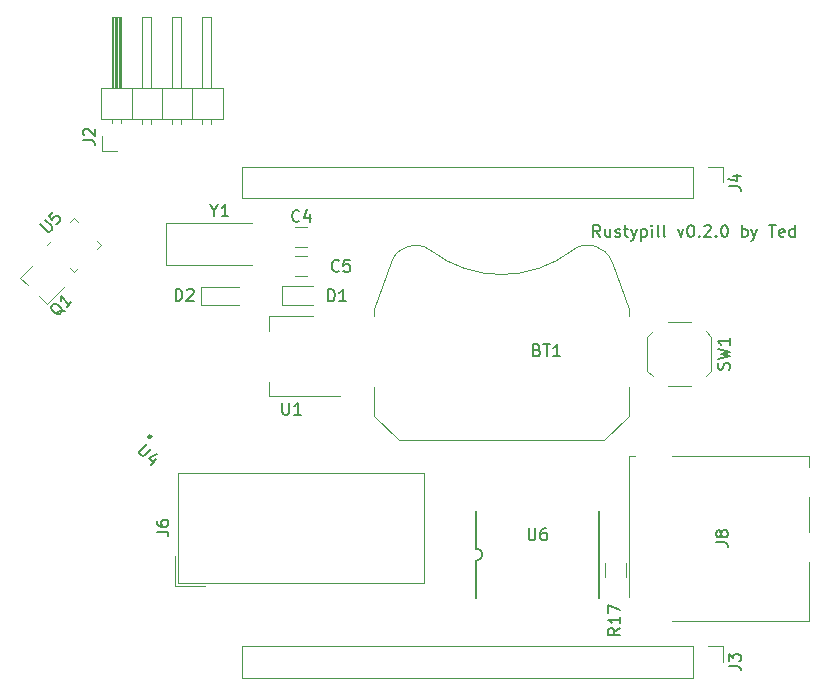
<source format=gbr>
G04 #@! TF.GenerationSoftware,KiCad,Pcbnew,5.1.5*
G04 #@! TF.CreationDate,2019-12-16T15:30:59-05:00*
G04 #@! TF.ProjectId,rustypill,72757374-7970-4696-9c6c-2e6b69636164,rev?*
G04 #@! TF.SameCoordinates,Original*
G04 #@! TF.FileFunction,Legend,Top*
G04 #@! TF.FilePolarity,Positive*
%FSLAX46Y46*%
G04 Gerber Fmt 4.6, Leading zero omitted, Abs format (unit mm)*
G04 Created by KiCad (PCBNEW 5.1.5) date 2019-12-16 15:30:59*
%MOMM*%
%LPD*%
G04 APERTURE LIST*
%ADD10C,0.150000*%
%ADD11C,0.120000*%
%ADD12C,0.100000*%
%ADD13C,0.254000*%
G04 APERTURE END LIST*
D10*
X118247619Y-104452380D02*
X117914285Y-103976190D01*
X117676190Y-104452380D02*
X117676190Y-103452380D01*
X118057142Y-103452380D01*
X118152380Y-103500000D01*
X118200000Y-103547619D01*
X118247619Y-103642857D01*
X118247619Y-103785714D01*
X118200000Y-103880952D01*
X118152380Y-103928571D01*
X118057142Y-103976190D01*
X117676190Y-103976190D01*
X119104761Y-103785714D02*
X119104761Y-104452380D01*
X118676190Y-103785714D02*
X118676190Y-104309523D01*
X118723809Y-104404761D01*
X118819047Y-104452380D01*
X118961904Y-104452380D01*
X119057142Y-104404761D01*
X119104761Y-104357142D01*
X119533333Y-104404761D02*
X119628571Y-104452380D01*
X119819047Y-104452380D01*
X119914285Y-104404761D01*
X119961904Y-104309523D01*
X119961904Y-104261904D01*
X119914285Y-104166666D01*
X119819047Y-104119047D01*
X119676190Y-104119047D01*
X119580952Y-104071428D01*
X119533333Y-103976190D01*
X119533333Y-103928571D01*
X119580952Y-103833333D01*
X119676190Y-103785714D01*
X119819047Y-103785714D01*
X119914285Y-103833333D01*
X120247619Y-103785714D02*
X120628571Y-103785714D01*
X120390476Y-103452380D02*
X120390476Y-104309523D01*
X120438095Y-104404761D01*
X120533333Y-104452380D01*
X120628571Y-104452380D01*
X120866666Y-103785714D02*
X121104761Y-104452380D01*
X121342857Y-103785714D02*
X121104761Y-104452380D01*
X121009523Y-104690476D01*
X120961904Y-104738095D01*
X120866666Y-104785714D01*
X121723809Y-103785714D02*
X121723809Y-104785714D01*
X121723809Y-103833333D02*
X121819047Y-103785714D01*
X122009523Y-103785714D01*
X122104761Y-103833333D01*
X122152380Y-103880952D01*
X122200000Y-103976190D01*
X122200000Y-104261904D01*
X122152380Y-104357142D01*
X122104761Y-104404761D01*
X122009523Y-104452380D01*
X121819047Y-104452380D01*
X121723809Y-104404761D01*
X122628571Y-104452380D02*
X122628571Y-103785714D01*
X122628571Y-103452380D02*
X122580952Y-103500000D01*
X122628571Y-103547619D01*
X122676190Y-103500000D01*
X122628571Y-103452380D01*
X122628571Y-103547619D01*
X123247619Y-104452380D02*
X123152380Y-104404761D01*
X123104761Y-104309523D01*
X123104761Y-103452380D01*
X123771428Y-104452380D02*
X123676190Y-104404761D01*
X123628571Y-104309523D01*
X123628571Y-103452380D01*
X124819047Y-103785714D02*
X125057142Y-104452380D01*
X125295238Y-103785714D01*
X125866666Y-103452380D02*
X125961904Y-103452380D01*
X126057142Y-103500000D01*
X126104761Y-103547619D01*
X126152380Y-103642857D01*
X126200000Y-103833333D01*
X126200000Y-104071428D01*
X126152380Y-104261904D01*
X126104761Y-104357142D01*
X126057142Y-104404761D01*
X125961904Y-104452380D01*
X125866666Y-104452380D01*
X125771428Y-104404761D01*
X125723809Y-104357142D01*
X125676190Y-104261904D01*
X125628571Y-104071428D01*
X125628571Y-103833333D01*
X125676190Y-103642857D01*
X125723809Y-103547619D01*
X125771428Y-103500000D01*
X125866666Y-103452380D01*
X126628571Y-104357142D02*
X126676190Y-104404761D01*
X126628571Y-104452380D01*
X126580952Y-104404761D01*
X126628571Y-104357142D01*
X126628571Y-104452380D01*
X127057142Y-103547619D02*
X127104761Y-103500000D01*
X127200000Y-103452380D01*
X127438095Y-103452380D01*
X127533333Y-103500000D01*
X127580952Y-103547619D01*
X127628571Y-103642857D01*
X127628571Y-103738095D01*
X127580952Y-103880952D01*
X127009523Y-104452380D01*
X127628571Y-104452380D01*
X128057142Y-104357142D02*
X128104761Y-104404761D01*
X128057142Y-104452380D01*
X128009523Y-104404761D01*
X128057142Y-104357142D01*
X128057142Y-104452380D01*
X128723809Y-103452380D02*
X128819047Y-103452380D01*
X128914285Y-103500000D01*
X128961904Y-103547619D01*
X129009523Y-103642857D01*
X129057142Y-103833333D01*
X129057142Y-104071428D01*
X129009523Y-104261904D01*
X128961904Y-104357142D01*
X128914285Y-104404761D01*
X128819047Y-104452380D01*
X128723809Y-104452380D01*
X128628571Y-104404761D01*
X128580952Y-104357142D01*
X128533333Y-104261904D01*
X128485714Y-104071428D01*
X128485714Y-103833333D01*
X128533333Y-103642857D01*
X128580952Y-103547619D01*
X128628571Y-103500000D01*
X128723809Y-103452380D01*
X130247619Y-104452380D02*
X130247619Y-103452380D01*
X130247619Y-103833333D02*
X130342857Y-103785714D01*
X130533333Y-103785714D01*
X130628571Y-103833333D01*
X130676190Y-103880952D01*
X130723809Y-103976190D01*
X130723809Y-104261904D01*
X130676190Y-104357142D01*
X130628571Y-104404761D01*
X130533333Y-104452380D01*
X130342857Y-104452380D01*
X130247619Y-104404761D01*
X131057142Y-103785714D02*
X131295238Y-104452380D01*
X131533333Y-103785714D02*
X131295238Y-104452380D01*
X131200000Y-104690476D01*
X131152380Y-104738095D01*
X131057142Y-104785714D01*
X132533333Y-103452380D02*
X133104761Y-103452380D01*
X132819047Y-104452380D02*
X132819047Y-103452380D01*
X133819047Y-104404761D02*
X133723809Y-104452380D01*
X133533333Y-104452380D01*
X133438095Y-104404761D01*
X133390476Y-104309523D01*
X133390476Y-103928571D01*
X133438095Y-103833333D01*
X133533333Y-103785714D01*
X133723809Y-103785714D01*
X133819047Y-103833333D01*
X133866666Y-103928571D01*
X133866666Y-104023809D01*
X133390476Y-104119047D01*
X134723809Y-104452380D02*
X134723809Y-103452380D01*
X134723809Y-104404761D02*
X134628571Y-104452380D01*
X134438095Y-104452380D01*
X134342857Y-104404761D01*
X134295238Y-104357142D01*
X134247619Y-104261904D01*
X134247619Y-103976190D01*
X134295238Y-103880952D01*
X134342857Y-103833333D01*
X134438095Y-103785714D01*
X134628571Y-103785714D01*
X134723809Y-103833333D01*
D11*
X118645000Y-133275000D02*
X118645000Y-132075000D01*
X120405000Y-132075000D02*
X120405000Y-133275000D01*
D12*
X120700000Y-122975000D02*
X121200000Y-122975000D01*
X120700000Y-134975000D02*
X120700000Y-122975000D01*
X135900000Y-122975000D02*
X135900000Y-123975000D01*
X124300000Y-122975000D02*
X135900000Y-122975000D01*
X135900000Y-136975000D02*
X124300000Y-136975000D01*
X135900000Y-131975000D02*
X135900000Y-136975000D01*
X135900000Y-126475000D02*
X135900000Y-129475000D01*
D13*
X80240165Y-121364913D02*
G75*
G03X80240165Y-121364913I-125000J0D01*
G01*
D10*
X118131600Y-127641600D02*
X118131600Y-135058400D01*
X107768400Y-131858000D02*
X107768400Y-135058400D01*
X107768400Y-130842000D02*
X107768400Y-127641600D01*
X107768400Y-130842000D02*
G75*
G02X107768400Y-131858000I0J-508000D01*
G01*
D11*
X87920000Y-98520000D02*
X87920000Y-101180000D01*
X126080000Y-98520000D02*
X87920000Y-98520000D01*
X126080000Y-101180000D02*
X87920000Y-101180000D01*
X126080000Y-98520000D02*
X126080000Y-101180000D01*
X127350000Y-98520000D02*
X128680000Y-98520000D01*
X128680000Y-98520000D02*
X128680000Y-99850000D01*
X87920000Y-139120000D02*
X87920000Y-141780000D01*
X126080000Y-139120000D02*
X87920000Y-139120000D01*
X126080000Y-141780000D02*
X87920000Y-141780000D01*
X126080000Y-139120000D02*
X126080000Y-141780000D01*
X127350000Y-139120000D02*
X128680000Y-139120000D01*
X128680000Y-139120000D02*
X128680000Y-140450000D01*
X76000000Y-94510000D02*
X86280000Y-94510000D01*
X86280000Y-94510000D02*
X86280000Y-91850000D01*
X86280000Y-91850000D02*
X76000000Y-91850000D01*
X76000000Y-91850000D02*
X76000000Y-94510000D01*
X76950000Y-91850000D02*
X76950000Y-85850000D01*
X76950000Y-85850000D02*
X77710000Y-85850000D01*
X77710000Y-85850000D02*
X77710000Y-91850000D01*
X77010000Y-91850000D02*
X77010000Y-85850000D01*
X77130000Y-91850000D02*
X77130000Y-85850000D01*
X77250000Y-91850000D02*
X77250000Y-85850000D01*
X77370000Y-91850000D02*
X77370000Y-85850000D01*
X77490000Y-91850000D02*
X77490000Y-85850000D01*
X77610000Y-91850000D02*
X77610000Y-85850000D01*
X76950000Y-94840000D02*
X76950000Y-94510000D01*
X77710000Y-94840000D02*
X77710000Y-94510000D01*
X78600000Y-94510000D02*
X78600000Y-91850000D01*
X79490000Y-91850000D02*
X79490000Y-85850000D01*
X79490000Y-85850000D02*
X80250000Y-85850000D01*
X80250000Y-85850000D02*
X80250000Y-91850000D01*
X79490000Y-94907071D02*
X79490000Y-94510000D01*
X80250000Y-94907071D02*
X80250000Y-94510000D01*
X81140000Y-94510000D02*
X81140000Y-91850000D01*
X82030000Y-91850000D02*
X82030000Y-85850000D01*
X82030000Y-85850000D02*
X82790000Y-85850000D01*
X82790000Y-85850000D02*
X82790000Y-91850000D01*
X82030000Y-94907071D02*
X82030000Y-94510000D01*
X82790000Y-94907071D02*
X82790000Y-94510000D01*
X83680000Y-94510000D02*
X83680000Y-91850000D01*
X84570000Y-91850000D02*
X84570000Y-85850000D01*
X84570000Y-85850000D02*
X85330000Y-85850000D01*
X85330000Y-85850000D02*
X85330000Y-91850000D01*
X84570000Y-94907071D02*
X84570000Y-94510000D01*
X85330000Y-94907071D02*
X85330000Y-94510000D01*
X77330000Y-97220000D02*
X76060000Y-97220000D01*
X76060000Y-97220000D02*
X76060000Y-95950000D01*
X69166470Y-107905172D02*
X69824079Y-108562782D01*
X71400928Y-110139630D02*
X70743318Y-109482021D01*
X71400928Y-110139630D02*
X72928278Y-108612279D01*
X69166470Y-107905172D02*
X70198846Y-106872797D01*
X71734992Y-104810124D02*
X71399116Y-105146000D01*
X75952884Y-105146000D02*
X75617008Y-104810124D01*
X75617008Y-105481876D02*
X75952884Y-105146000D01*
X73676000Y-107422884D02*
X73340124Y-107087008D01*
X74011876Y-107087008D02*
X73676000Y-107422884D01*
X73676000Y-102869116D02*
X74011876Y-103204992D01*
X73340124Y-103204992D02*
X73676000Y-102869116D01*
X82490000Y-124405000D02*
X103350000Y-124405000D01*
X103350000Y-124405000D02*
X103350000Y-133755000D01*
X103350000Y-133755000D02*
X82490000Y-133755000D01*
X82490000Y-133755000D02*
X82490000Y-124405000D01*
X82240000Y-134005000D02*
X84780000Y-134005000D01*
X82240000Y-134005000D02*
X82240000Y-131465000D01*
X88750000Y-103250000D02*
X81500000Y-103250000D01*
X81500000Y-103250000D02*
X81500000Y-106850000D01*
X81500000Y-106850000D02*
X88750000Y-106850000D01*
D12*
X99120000Y-111150000D02*
X99120000Y-110520000D01*
X99120000Y-119610000D02*
X99120000Y-117150000D01*
X120680000Y-111150000D02*
X120680000Y-110520000D01*
X120680000Y-119610000D02*
X120680000Y-117150000D01*
X100574756Y-106561831D02*
G75*
G02X103900000Y-105600000I2015244J-738169D01*
G01*
X99120000Y-110520000D02*
X100560000Y-106570000D01*
X101200000Y-121690000D02*
X99120000Y-119610000D01*
X101200000Y-121690000D02*
X118600000Y-121690000D01*
X118600000Y-121690000D02*
X120680000Y-119610000D01*
X120680000Y-110520000D02*
X119240000Y-106570000D01*
X115903354Y-105583470D02*
G75*
G02X119240000Y-106570000I1306646J-1716530D01*
G01*
X115904601Y-105596464D02*
G75*
G02X103900000Y-105600000I-6004601J7806464D01*
G01*
D11*
X127650000Y-112900000D02*
X127650000Y-115800000D01*
X127200000Y-112450000D02*
X127650000Y-112900000D01*
X123950000Y-111650000D02*
X125950000Y-111650000D01*
X122250000Y-112900000D02*
X122700000Y-112450000D01*
X122250000Y-115800000D02*
X122250000Y-112900000D01*
X122700000Y-116250000D02*
X122250000Y-115800000D01*
X125950000Y-117050000D02*
X123950000Y-117050000D01*
X127650000Y-115800000D02*
X127200000Y-116250000D01*
X93450000Y-103625000D02*
X92450000Y-103625000D01*
X92450000Y-105325000D02*
X93450000Y-105325000D01*
X92450000Y-107800000D02*
X93450000Y-107800000D01*
X93450000Y-106100000D02*
X92450000Y-106100000D01*
X91300000Y-108650000D02*
X93900000Y-108650000D01*
X91300000Y-110250000D02*
X93900000Y-110250000D01*
X91300000Y-108650000D02*
X91300000Y-110250000D01*
X84450000Y-108700000D02*
X84450000Y-110200000D01*
X84450000Y-108700000D02*
X87650000Y-108700000D01*
X87650000Y-110200000D02*
X84450000Y-110200000D01*
X96200000Y-117960000D02*
X90190000Y-117960000D01*
X93950000Y-111140000D02*
X90190000Y-111140000D01*
X90190000Y-117960000D02*
X90190000Y-116700000D01*
X90190000Y-111140000D02*
X90190000Y-112400000D01*
D10*
X119927380Y-137567857D02*
X119451190Y-137901190D01*
X119927380Y-138139285D02*
X118927380Y-138139285D01*
X118927380Y-137758333D01*
X118975000Y-137663095D01*
X119022619Y-137615476D01*
X119117857Y-137567857D01*
X119260714Y-137567857D01*
X119355952Y-137615476D01*
X119403571Y-137663095D01*
X119451190Y-137758333D01*
X119451190Y-138139285D01*
X119927380Y-136615476D02*
X119927380Y-137186904D01*
X119927380Y-136901190D02*
X118927380Y-136901190D01*
X119070238Y-136996428D01*
X119165476Y-137091666D01*
X119213095Y-137186904D01*
X118927380Y-136282142D02*
X118927380Y-135615476D01*
X119927380Y-136044047D01*
X128052380Y-130308333D02*
X128766666Y-130308333D01*
X128909523Y-130355952D01*
X129004761Y-130451190D01*
X129052380Y-130594047D01*
X129052380Y-130689285D01*
X128480952Y-129689285D02*
X128433333Y-129784523D01*
X128385714Y-129832142D01*
X128290476Y-129879761D01*
X128242857Y-129879761D01*
X128147619Y-129832142D01*
X128100000Y-129784523D01*
X128052380Y-129689285D01*
X128052380Y-129498809D01*
X128100000Y-129403571D01*
X128147619Y-129355952D01*
X128242857Y-129308333D01*
X128290476Y-129308333D01*
X128385714Y-129355952D01*
X128433333Y-129403571D01*
X128480952Y-129498809D01*
X128480952Y-129689285D01*
X128528571Y-129784523D01*
X128576190Y-129832142D01*
X128671428Y-129879761D01*
X128861904Y-129879761D01*
X128957142Y-129832142D01*
X129004761Y-129784523D01*
X129052380Y-129689285D01*
X129052380Y-129498809D01*
X129004761Y-129403571D01*
X128957142Y-129355952D01*
X128861904Y-129308333D01*
X128671428Y-129308333D01*
X128576190Y-129355952D01*
X128528571Y-129403571D01*
X128480952Y-129498809D01*
X79842161Y-121977179D02*
X79269741Y-122549599D01*
X79236069Y-122650614D01*
X79236069Y-122717958D01*
X79269741Y-122818973D01*
X79404428Y-122953660D01*
X79505443Y-122987332D01*
X79572787Y-122987332D01*
X79673802Y-122953660D01*
X80246222Y-122381240D01*
X80650283Y-123256706D02*
X80178878Y-123728110D01*
X80751298Y-122818973D02*
X80077863Y-123155691D01*
X80515596Y-123593423D01*
X112188095Y-129125980D02*
X112188095Y-129935504D01*
X112235714Y-130030742D01*
X112283333Y-130078361D01*
X112378571Y-130125980D01*
X112569047Y-130125980D01*
X112664285Y-130078361D01*
X112711904Y-130030742D01*
X112759523Y-129935504D01*
X112759523Y-129125980D01*
X113664285Y-129125980D02*
X113473809Y-129125980D01*
X113378571Y-129173600D01*
X113330952Y-129221219D01*
X113235714Y-129364076D01*
X113188095Y-129554552D01*
X113188095Y-129935504D01*
X113235714Y-130030742D01*
X113283333Y-130078361D01*
X113378571Y-130125980D01*
X113569047Y-130125980D01*
X113664285Y-130078361D01*
X113711904Y-130030742D01*
X113759523Y-129935504D01*
X113759523Y-129697409D01*
X113711904Y-129602171D01*
X113664285Y-129554552D01*
X113569047Y-129506933D01*
X113378571Y-129506933D01*
X113283333Y-129554552D01*
X113235714Y-129602171D01*
X113188095Y-129697409D01*
X129132380Y-100183333D02*
X129846666Y-100183333D01*
X129989523Y-100230952D01*
X130084761Y-100326190D01*
X130132380Y-100469047D01*
X130132380Y-100564285D01*
X129465714Y-99278571D02*
X130132380Y-99278571D01*
X129084761Y-99516666D02*
X129799047Y-99754761D01*
X129799047Y-99135714D01*
X129132380Y-140783333D02*
X129846666Y-140783333D01*
X129989523Y-140830952D01*
X130084761Y-140926190D01*
X130132380Y-141069047D01*
X130132380Y-141164285D01*
X129132380Y-140402380D02*
X129132380Y-139783333D01*
X129513333Y-140116666D01*
X129513333Y-139973809D01*
X129560952Y-139878571D01*
X129608571Y-139830952D01*
X129703809Y-139783333D01*
X129941904Y-139783333D01*
X130037142Y-139830952D01*
X130084761Y-139878571D01*
X130132380Y-139973809D01*
X130132380Y-140259523D01*
X130084761Y-140354761D01*
X130037142Y-140402380D01*
X74477380Y-96283333D02*
X75191666Y-96283333D01*
X75334523Y-96330952D01*
X75429761Y-96426190D01*
X75477380Y-96569047D01*
X75477380Y-96664285D01*
X74572619Y-95854761D02*
X74525000Y-95807142D01*
X74477380Y-95711904D01*
X74477380Y-95473809D01*
X74525000Y-95378571D01*
X74572619Y-95330952D01*
X74667857Y-95283333D01*
X74763095Y-95283333D01*
X74905952Y-95330952D01*
X75477380Y-95902380D01*
X75477380Y-95283333D01*
X72908748Y-110707335D02*
X72807733Y-110741007D01*
X72673046Y-110741007D01*
X72471015Y-110741007D01*
X72370000Y-110774679D01*
X72302657Y-110842022D01*
X72504687Y-110976709D02*
X72403672Y-111010381D01*
X72268985Y-111010381D01*
X72100626Y-110909366D01*
X71864924Y-110673663D01*
X71763909Y-110505305D01*
X71763909Y-110370618D01*
X71797580Y-110269602D01*
X71932267Y-110134915D01*
X72033283Y-110101244D01*
X72167970Y-110101244D01*
X72336328Y-110202259D01*
X72572031Y-110437961D01*
X72673046Y-110606320D01*
X72673046Y-110741007D01*
X72639374Y-110842022D01*
X72504687Y-110976709D01*
X73481168Y-110000228D02*
X73077107Y-110404289D01*
X73279137Y-110202259D02*
X72572031Y-109495152D01*
X72605702Y-109663511D01*
X72605702Y-109798198D01*
X72572031Y-109899213D01*
X70824026Y-103401522D02*
X71396446Y-103973942D01*
X71497461Y-104007614D01*
X71564805Y-104007614D01*
X71665820Y-103973942D01*
X71800507Y-103839255D01*
X71834179Y-103738240D01*
X71834179Y-103670896D01*
X71800507Y-103569881D01*
X71228087Y-102997461D01*
X71901522Y-102324026D02*
X71564805Y-102660744D01*
X71867851Y-103031133D01*
X71867851Y-102963790D01*
X71901522Y-102862774D01*
X72069881Y-102694416D01*
X72170896Y-102660744D01*
X72238240Y-102660744D01*
X72339255Y-102694416D01*
X72507614Y-102862774D01*
X72541286Y-102963790D01*
X72541286Y-103031133D01*
X72507614Y-103132148D01*
X72339255Y-103300507D01*
X72238240Y-103334179D01*
X72170896Y-103334179D01*
X80688380Y-129413333D02*
X81402666Y-129413333D01*
X81545523Y-129460952D01*
X81640761Y-129556190D01*
X81688380Y-129699047D01*
X81688380Y-129794285D01*
X80688380Y-128508571D02*
X80688380Y-128699047D01*
X80736000Y-128794285D01*
X80783619Y-128841904D01*
X80926476Y-128937142D01*
X81116952Y-128984761D01*
X81497904Y-128984761D01*
X81593142Y-128937142D01*
X81640761Y-128889523D01*
X81688380Y-128794285D01*
X81688380Y-128603809D01*
X81640761Y-128508571D01*
X81593142Y-128460952D01*
X81497904Y-128413333D01*
X81259809Y-128413333D01*
X81164571Y-128460952D01*
X81116952Y-128508571D01*
X81069333Y-128603809D01*
X81069333Y-128794285D01*
X81116952Y-128889523D01*
X81164571Y-128937142D01*
X81259809Y-128984761D01*
X85573809Y-102226190D02*
X85573809Y-102702380D01*
X85240476Y-101702380D02*
X85573809Y-102226190D01*
X85907142Y-101702380D01*
X86764285Y-102702380D02*
X86192857Y-102702380D01*
X86478571Y-102702380D02*
X86478571Y-101702380D01*
X86383333Y-101845238D01*
X86288095Y-101940476D01*
X86192857Y-101988095D01*
X112914285Y-114028571D02*
X113057142Y-114076190D01*
X113104761Y-114123809D01*
X113152380Y-114219047D01*
X113152380Y-114361904D01*
X113104761Y-114457142D01*
X113057142Y-114504761D01*
X112961904Y-114552380D01*
X112580952Y-114552380D01*
X112580952Y-113552380D01*
X112914285Y-113552380D01*
X113009523Y-113600000D01*
X113057142Y-113647619D01*
X113104761Y-113742857D01*
X113104761Y-113838095D01*
X113057142Y-113933333D01*
X113009523Y-113980952D01*
X112914285Y-114028571D01*
X112580952Y-114028571D01*
X113438095Y-113552380D02*
X114009523Y-113552380D01*
X113723809Y-114552380D02*
X113723809Y-113552380D01*
X114866666Y-114552380D02*
X114295238Y-114552380D01*
X114580952Y-114552380D02*
X114580952Y-113552380D01*
X114485714Y-113695238D01*
X114390476Y-113790476D01*
X114295238Y-113838095D01*
X129154761Y-115683333D02*
X129202380Y-115540476D01*
X129202380Y-115302380D01*
X129154761Y-115207142D01*
X129107142Y-115159523D01*
X129011904Y-115111904D01*
X128916666Y-115111904D01*
X128821428Y-115159523D01*
X128773809Y-115207142D01*
X128726190Y-115302380D01*
X128678571Y-115492857D01*
X128630952Y-115588095D01*
X128583333Y-115635714D01*
X128488095Y-115683333D01*
X128392857Y-115683333D01*
X128297619Y-115635714D01*
X128250000Y-115588095D01*
X128202380Y-115492857D01*
X128202380Y-115254761D01*
X128250000Y-115111904D01*
X128202380Y-114778571D02*
X129202380Y-114540476D01*
X128488095Y-114350000D01*
X129202380Y-114159523D01*
X128202380Y-113921428D01*
X129202380Y-113016666D02*
X129202380Y-113588095D01*
X129202380Y-113302380D02*
X128202380Y-113302380D01*
X128345238Y-113397619D01*
X128440476Y-113492857D01*
X128488095Y-113588095D01*
X92783333Y-103082142D02*
X92735714Y-103129761D01*
X92592857Y-103177380D01*
X92497619Y-103177380D01*
X92354761Y-103129761D01*
X92259523Y-103034523D01*
X92211904Y-102939285D01*
X92164285Y-102748809D01*
X92164285Y-102605952D01*
X92211904Y-102415476D01*
X92259523Y-102320238D01*
X92354761Y-102225000D01*
X92497619Y-102177380D01*
X92592857Y-102177380D01*
X92735714Y-102225000D01*
X92783333Y-102272619D01*
X93640476Y-102510714D02*
X93640476Y-103177380D01*
X93402380Y-102129761D02*
X93164285Y-102844047D01*
X93783333Y-102844047D01*
X96133333Y-107307142D02*
X96085714Y-107354761D01*
X95942857Y-107402380D01*
X95847619Y-107402380D01*
X95704761Y-107354761D01*
X95609523Y-107259523D01*
X95561904Y-107164285D01*
X95514285Y-106973809D01*
X95514285Y-106830952D01*
X95561904Y-106640476D01*
X95609523Y-106545238D01*
X95704761Y-106450000D01*
X95847619Y-106402380D01*
X95942857Y-106402380D01*
X96085714Y-106450000D01*
X96133333Y-106497619D01*
X97038095Y-106402380D02*
X96561904Y-106402380D01*
X96514285Y-106878571D01*
X96561904Y-106830952D01*
X96657142Y-106783333D01*
X96895238Y-106783333D01*
X96990476Y-106830952D01*
X97038095Y-106878571D01*
X97085714Y-106973809D01*
X97085714Y-107211904D01*
X97038095Y-107307142D01*
X96990476Y-107354761D01*
X96895238Y-107402380D01*
X96657142Y-107402380D01*
X96561904Y-107354761D01*
X96514285Y-107307142D01*
X95211904Y-109902380D02*
X95211904Y-108902380D01*
X95450000Y-108902380D01*
X95592857Y-108950000D01*
X95688095Y-109045238D01*
X95735714Y-109140476D01*
X95783333Y-109330952D01*
X95783333Y-109473809D01*
X95735714Y-109664285D01*
X95688095Y-109759523D01*
X95592857Y-109854761D01*
X95450000Y-109902380D01*
X95211904Y-109902380D01*
X96735714Y-109902380D02*
X96164285Y-109902380D01*
X96450000Y-109902380D02*
X96450000Y-108902380D01*
X96354761Y-109045238D01*
X96259523Y-109140476D01*
X96164285Y-109188095D01*
X82311904Y-109852380D02*
X82311904Y-108852380D01*
X82550000Y-108852380D01*
X82692857Y-108900000D01*
X82788095Y-108995238D01*
X82835714Y-109090476D01*
X82883333Y-109280952D01*
X82883333Y-109423809D01*
X82835714Y-109614285D01*
X82788095Y-109709523D01*
X82692857Y-109804761D01*
X82550000Y-109852380D01*
X82311904Y-109852380D01*
X83264285Y-108947619D02*
X83311904Y-108900000D01*
X83407142Y-108852380D01*
X83645238Y-108852380D01*
X83740476Y-108900000D01*
X83788095Y-108947619D01*
X83835714Y-109042857D01*
X83835714Y-109138095D01*
X83788095Y-109280952D01*
X83216666Y-109852380D01*
X83835714Y-109852380D01*
X91338095Y-118502380D02*
X91338095Y-119311904D01*
X91385714Y-119407142D01*
X91433333Y-119454761D01*
X91528571Y-119502380D01*
X91719047Y-119502380D01*
X91814285Y-119454761D01*
X91861904Y-119407142D01*
X91909523Y-119311904D01*
X91909523Y-118502380D01*
X92909523Y-119502380D02*
X92338095Y-119502380D01*
X92623809Y-119502380D02*
X92623809Y-118502380D01*
X92528571Y-118645238D01*
X92433333Y-118740476D01*
X92338095Y-118788095D01*
M02*

</source>
